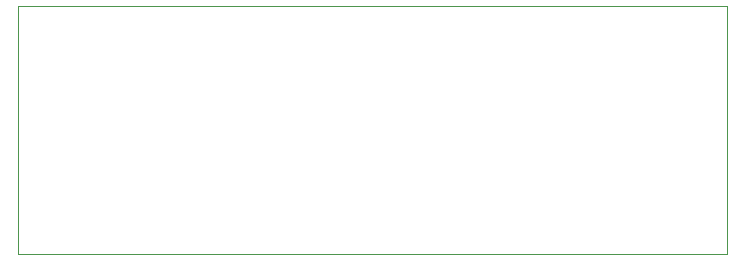
<source format=gbr>
%TF.GenerationSoftware,KiCad,Pcbnew,(7.0.0)*%
%TF.CreationDate,2023-03-30T11:39:36-04:00*%
%TF.ProjectId,console,636f6e73-6f6c-4652-9e6b-696361645f70,rev?*%
%TF.SameCoordinates,Original*%
%TF.FileFunction,Profile,NP*%
%FSLAX46Y46*%
G04 Gerber Fmt 4.6, Leading zero omitted, Abs format (unit mm)*
G04 Created by KiCad (PCBNEW (7.0.0)) date 2023-03-30 11:39:36*
%MOMM*%
%LPD*%
G01*
G04 APERTURE LIST*
%TA.AperFunction,Profile*%
%ADD10C,0.100000*%
%TD*%
G04 APERTURE END LIST*
D10*
X120000000Y-58000000D02*
X180000000Y-58000000D01*
X180000000Y-58000000D02*
X180000000Y-79000000D01*
X180000000Y-79000000D02*
X120000000Y-79000000D01*
X120000000Y-79000000D02*
X120000000Y-58000000D01*
M02*

</source>
